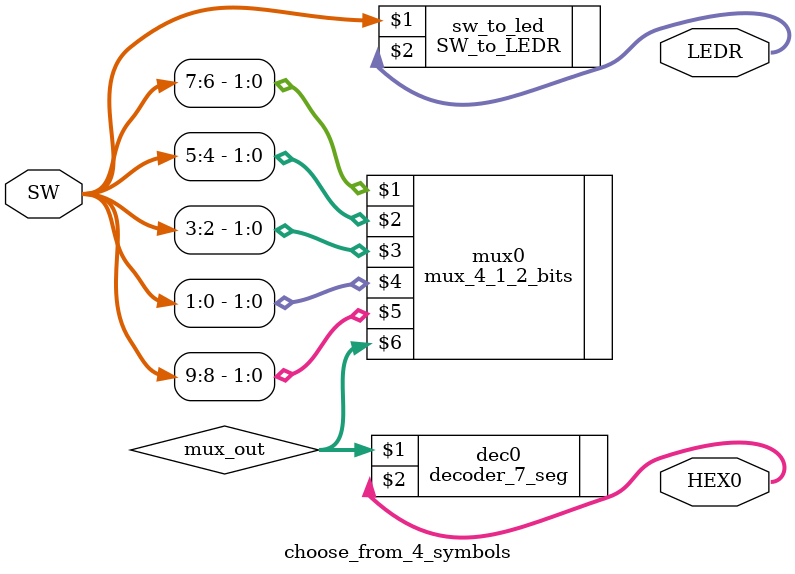
<source format=v>
module choose_from_4_symbols (input [9:0] SW,
										output [0:6] HEX0,
										output [9:0] LEDR);
										
		SW_to_LEDR sw_to_led(SW[9:0], LEDR[9:0]);
		wire [1:0] mux_out;
		mux_4_1_2_bits mux0(SW[7:6], SW[5:4], SW[3:2], SW[1:0], SW[9:8], mux_out[1:0]);
		decoder_7_seg dec0(mux_out[1:0], HEX0[0:6]);
		
endmodule

</source>
